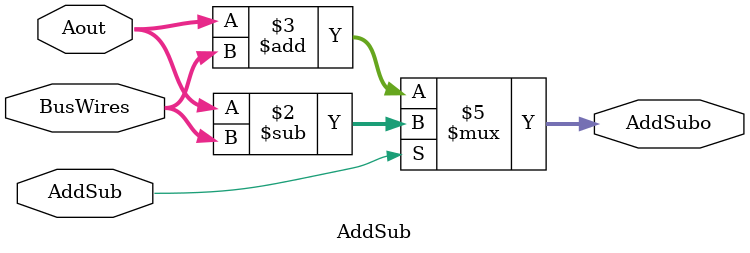
<source format=sv>
module AddSub(input logic [15:0] Aout, BusWires,
		input logic AddSub,
		output logic [15:0] AddSubo);
		always_comb begin
			if (AddSub)
				AddSubo = Aout - BusWires;
			else
				AddSubo = Aout + BusWires;
		end	
endmodule 
</source>
